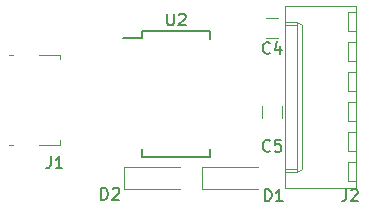
<source format=gto>
G04 #@! TF.FileFunction,Legend,Top*
%FSLAX46Y46*%
G04 Gerber Fmt 4.6, Leading zero omitted, Abs format (unit mm)*
G04 Created by KiCad (PCBNEW 4.0.6) date 10/22/17 19:33:14*
%MOMM*%
%LPD*%
G01*
G04 APERTURE LIST*
%ADD10C,0.100000*%
%ADD11C,0.120000*%
%ADD12C,0.150000*%
G04 APERTURE END LIST*
D10*
D11*
X136152000Y-89750000D02*
X137152000Y-89750000D01*
X137152000Y-88050000D02*
X136152000Y-88050000D01*
X137502000Y-96512000D02*
X137502000Y-95512000D01*
X135802000Y-95512000D02*
X135802000Y-96512000D01*
X130758000Y-100650000D02*
X130758000Y-102550000D01*
X130758000Y-102550000D02*
X135458000Y-102550000D01*
X130758000Y-100650000D02*
X135458000Y-100650000D01*
X124154000Y-100650000D02*
X124154000Y-102550000D01*
X124154000Y-102550000D02*
X128854000Y-102550000D01*
X124154000Y-100650000D02*
X128854000Y-100650000D01*
X118734000Y-98806000D02*
X118734000Y-98426000D01*
X114684000Y-98806000D02*
X114424000Y-98806000D01*
X118734000Y-98806000D02*
X116964000Y-98806000D01*
X118734000Y-91186000D02*
X118734000Y-91566000D01*
X116964000Y-91186000D02*
X118734000Y-91186000D01*
X114424000Y-91186000D02*
X114684000Y-91186000D01*
X143736000Y-87022000D02*
X137736000Y-87022000D01*
X137736000Y-87022000D02*
X137736000Y-102462000D01*
X137736000Y-102462000D02*
X143736000Y-102462000D01*
X143736000Y-102462000D02*
X143736000Y-87022000D01*
X137736000Y-88392000D02*
X138736000Y-88392000D01*
X138736000Y-88392000D02*
X138736000Y-101092000D01*
X138736000Y-101092000D02*
X137736000Y-101092000D01*
X138736000Y-88392000D02*
X139166000Y-88642000D01*
X139166000Y-88642000D02*
X139166000Y-100842000D01*
X139166000Y-100842000D02*
X138736000Y-101092000D01*
X137736000Y-88642000D02*
X138736000Y-88642000D01*
X137736000Y-100842000D02*
X138736000Y-100842000D01*
X143736000Y-87592000D02*
X143116000Y-87592000D01*
X143116000Y-87592000D02*
X143116000Y-89192000D01*
X143116000Y-89192000D02*
X143736000Y-89192000D01*
X143736000Y-90132000D02*
X143116000Y-90132000D01*
X143116000Y-90132000D02*
X143116000Y-91732000D01*
X143116000Y-91732000D02*
X143736000Y-91732000D01*
X143736000Y-92672000D02*
X143116000Y-92672000D01*
X143116000Y-92672000D02*
X143116000Y-94272000D01*
X143116000Y-94272000D02*
X143736000Y-94272000D01*
X143736000Y-95212000D02*
X143116000Y-95212000D01*
X143116000Y-95212000D02*
X143116000Y-96812000D01*
X143116000Y-96812000D02*
X143736000Y-96812000D01*
X143736000Y-97752000D02*
X143116000Y-97752000D01*
X143116000Y-97752000D02*
X143116000Y-99352000D01*
X143116000Y-99352000D02*
X143736000Y-99352000D01*
X143736000Y-100292000D02*
X143116000Y-100292000D01*
X143116000Y-100292000D02*
X143116000Y-101892000D01*
X143116000Y-101892000D02*
X143736000Y-101892000D01*
D12*
X125649000Y-89163000D02*
X125649000Y-89738000D01*
X131399000Y-89163000D02*
X131399000Y-89813000D01*
X131399000Y-99813000D02*
X131399000Y-99163000D01*
X125649000Y-99813000D02*
X125649000Y-99163000D01*
X125649000Y-89163000D02*
X131399000Y-89163000D01*
X125649000Y-99813000D02*
X131399000Y-99813000D01*
X125649000Y-89738000D02*
X124049000Y-89738000D01*
X136485334Y-91007143D02*
X136437715Y-91054762D01*
X136294858Y-91102381D01*
X136199620Y-91102381D01*
X136056762Y-91054762D01*
X135961524Y-90959524D01*
X135913905Y-90864286D01*
X135866286Y-90673810D01*
X135866286Y-90530952D01*
X135913905Y-90340476D01*
X135961524Y-90245238D01*
X136056762Y-90150000D01*
X136199620Y-90102381D01*
X136294858Y-90102381D01*
X136437715Y-90150000D01*
X136485334Y-90197619D01*
X137342477Y-90435714D02*
X137342477Y-91102381D01*
X137104381Y-90054762D02*
X136866286Y-90769048D01*
X137485334Y-90769048D01*
X136485334Y-99290143D02*
X136437715Y-99337762D01*
X136294858Y-99385381D01*
X136199620Y-99385381D01*
X136056762Y-99337762D01*
X135961524Y-99242524D01*
X135913905Y-99147286D01*
X135866286Y-98956810D01*
X135866286Y-98813952D01*
X135913905Y-98623476D01*
X135961524Y-98528238D01*
X136056762Y-98433000D01*
X136199620Y-98385381D01*
X136294858Y-98385381D01*
X136437715Y-98433000D01*
X136485334Y-98480619D01*
X137390096Y-98385381D02*
X136913905Y-98385381D01*
X136866286Y-98861571D01*
X136913905Y-98813952D01*
X137009143Y-98766333D01*
X137247239Y-98766333D01*
X137342477Y-98813952D01*
X137390096Y-98861571D01*
X137437715Y-98956810D01*
X137437715Y-99194905D01*
X137390096Y-99290143D01*
X137342477Y-99337762D01*
X137247239Y-99385381D01*
X137009143Y-99385381D01*
X136913905Y-99337762D01*
X136866286Y-99290143D01*
X136040905Y-103576381D02*
X136040905Y-102576381D01*
X136279000Y-102576381D01*
X136421858Y-102624000D01*
X136517096Y-102719238D01*
X136564715Y-102814476D01*
X136612334Y-103004952D01*
X136612334Y-103147810D01*
X136564715Y-103338286D01*
X136517096Y-103433524D01*
X136421858Y-103528762D01*
X136279000Y-103576381D01*
X136040905Y-103576381D01*
X137564715Y-103576381D02*
X136993286Y-103576381D01*
X137279000Y-103576381D02*
X137279000Y-102576381D01*
X137183762Y-102719238D01*
X137088524Y-102814476D01*
X136993286Y-102862095D01*
X122197905Y-103449381D02*
X122197905Y-102449381D01*
X122436000Y-102449381D01*
X122578858Y-102497000D01*
X122674096Y-102592238D01*
X122721715Y-102687476D01*
X122769334Y-102877952D01*
X122769334Y-103020810D01*
X122721715Y-103211286D01*
X122674096Y-103306524D01*
X122578858Y-103401762D01*
X122436000Y-103449381D01*
X122197905Y-103449381D01*
X123150286Y-102544619D02*
X123197905Y-102497000D01*
X123293143Y-102449381D01*
X123531239Y-102449381D01*
X123626477Y-102497000D01*
X123674096Y-102544619D01*
X123721715Y-102639857D01*
X123721715Y-102735095D01*
X123674096Y-102877952D01*
X123102667Y-103449381D01*
X123721715Y-103449381D01*
X117903667Y-99782381D02*
X117903667Y-100496667D01*
X117856047Y-100639524D01*
X117760809Y-100734762D01*
X117617952Y-100782381D01*
X117522714Y-100782381D01*
X118903667Y-100782381D02*
X118332238Y-100782381D01*
X118617952Y-100782381D02*
X118617952Y-99782381D01*
X118522714Y-99925238D01*
X118427476Y-100020476D01*
X118332238Y-100068095D01*
X142922667Y-102576381D02*
X142922667Y-103290667D01*
X142875047Y-103433524D01*
X142779809Y-103528762D01*
X142636952Y-103576381D01*
X142541714Y-103576381D01*
X143351238Y-102671619D02*
X143398857Y-102624000D01*
X143494095Y-102576381D01*
X143732191Y-102576381D01*
X143827429Y-102624000D01*
X143875048Y-102671619D01*
X143922667Y-102766857D01*
X143922667Y-102862095D01*
X143875048Y-103004952D01*
X143303619Y-103576381D01*
X143922667Y-103576381D01*
X127762095Y-87690381D02*
X127762095Y-88499905D01*
X127809714Y-88595143D01*
X127857333Y-88642762D01*
X127952571Y-88690381D01*
X128143048Y-88690381D01*
X128238286Y-88642762D01*
X128285905Y-88595143D01*
X128333524Y-88499905D01*
X128333524Y-87690381D01*
X128762095Y-87785619D02*
X128809714Y-87738000D01*
X128904952Y-87690381D01*
X129143048Y-87690381D01*
X129238286Y-87738000D01*
X129285905Y-87785619D01*
X129333524Y-87880857D01*
X129333524Y-87976095D01*
X129285905Y-88118952D01*
X128714476Y-88690381D01*
X129333524Y-88690381D01*
M02*

</source>
